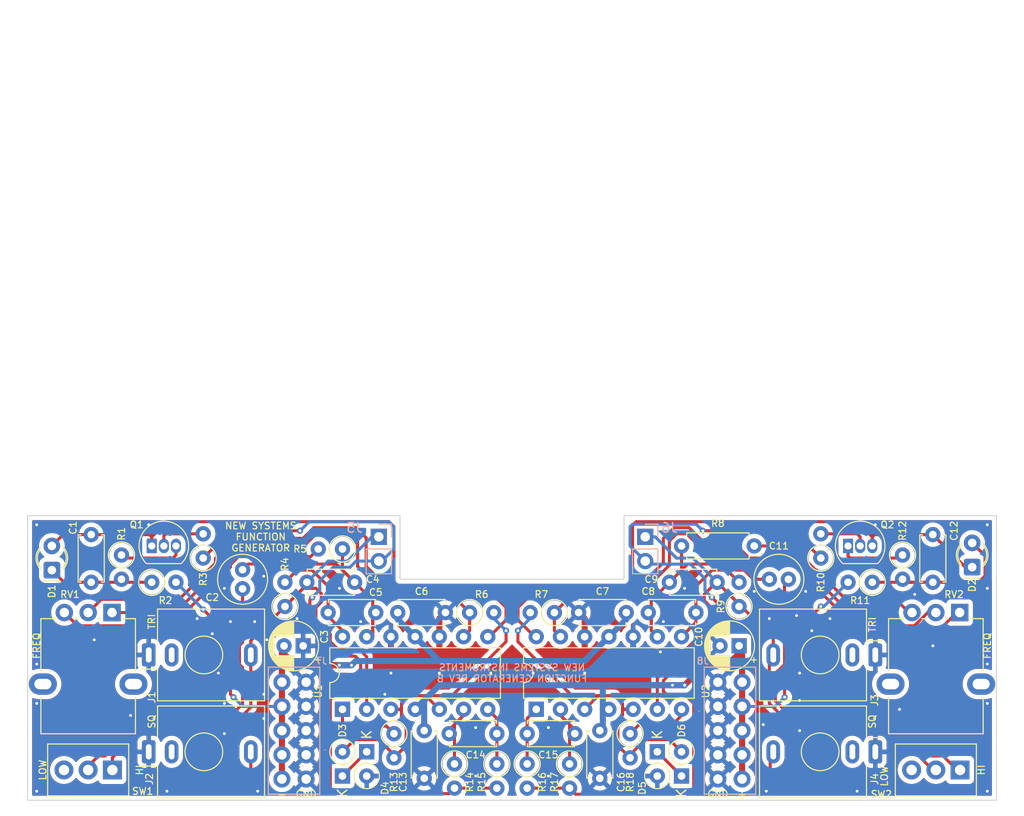
<source format=kicad_pcb>
(kicad_pcb (version 20211014) (generator pcbnew)
  (title_block (title "Function Generator") (date "2022-04-28") (rev "B") (company "New Systems Instruments"))
  (layers (0 "F.Cu" signal) (31 "B.Cu" signal) (34 "B.Paste" user) (35 "F.Paste" user) (36 "B.SilkS" user "B.Silkscreen") (37 "F.SilkS" user "F.Silkscreen") (38 "B.Mask" user) (39 "F.Mask" user) (44 "Edge.Cuts" user))
  (net 0 "")
  (net 1 "VCC")
  (net 2 "GND")
  (net 3 "VEE")
  (net 4 "/TRI1")
  (net 5 "/TRI2")
  (net 6 "/SQ1")
  (net 7 "/SQ2")
  (net 8 "Net-(C1-Pad2)")
  (net 9 "Net-(C2-Pad2)")
  (net 10 "Net-(Q1-Pad2)")
  (net 11 "Net-(Q1-Pad3)")
  (net 12 "Net-(R5-Pad2)")
  (net 13 "Net-(R6-Pad1)")
  (net 14 "Net-(R7-Pad1)")
  (net 15 "Net-(R8-Pad2)")
  (net 16 "Net-(C12-Pad2)")
  (net 17 "Net-(C5-Pad1)")
  (net 18 "Net-(C5-Pad2)")
  (net 19 "Net-(C8-Pad1)")
  (net 20 "Net-(C8-Pad2)")
  (net 21 "Net-(C11-Pad2)")
  (net 22 "Net-(C12-Pad1)")
  (net 27 "Net-(RV1-Pad2)")
  (net 28 "Net-(RV2-Pad2)")
  (net 29 "Net-(Q2-Pad1)")
  (net 30 "Net-(Q2-Pad2)")
  (net 31 "Net-(D3-Pad1)")
  (net 32 "Net-(D3-Pad2)")
  (net 33 "Net-(D6-Pad1)")
  (net 34 "Net-(D6-Pad2)")
  (net 35 "Net-(R13-Pad1)")
  (net 36 "Net-(R18-Pad1)")
  (net 37 "Net-(C14-Pad1)")
  (net 38 "Net-(C14-Pad2)")
  (net 39 "Net-(C15-Pad1)")
  (net 40 "Net-(C15-Pad2)")
  (footprint "Resistor_THT:R_Axial_DIN0207_L6.3mm_D2.5mm_P7.62mm_Horizontal" (layer "F.Cu") (at 157.48 88.5825)
    (fp_text reference "R8")
    (fp_text value "12k")
  )
  (footprint "1 Specific Footprints:Potentiometer_Alpha_RD901F-40" (layer "F.Cu") (at 184.15 103.0675 180)
    (fp_text reference "RV2")
    (fp_text value "100kA")
  )
  (footprint "Diode_THT:D_DO-35_SOD27_P2.54mm_Vertical_KathodeUp" (layer "F.Cu") (at 157.48 112.7125 90)
    (fp_text reference "D6")
    (fp_text value "BZX79C5V1")
  )
  (footprint "Diode_THT:D_DO-35_SOD27_P2.54mm_Vertical_KathodeUp" (layer "F.Cu") (at 154.94 110.1725 -90)
    (fp_text reference "D5")
    (fp_text value "BZX79C5V1")
  )
  (footprint "Capacitor_THT:C_Radial_D5.0mm_H11.0mm_P2.00mm" (layer "F.Cu") (at 111.4425 91.075 -90)
    (fp_text reference "C2")
    (fp_text value "1u")
  )
  (footprint "Capacitor_THT:C_Disc_D4.7mm_W2.5mm_P5.00mm" (layer "F.Cu") (at 156.21 92.3925)
    (fp_text reference "C9")
    (fp_text value "1.5n")
  )
  (footprint "Resistor_THT:R_Axial_DIN0207_L6.3mm_D2.5mm_P2.54mm_Vertical" (layer "F.Cu") (at 177.4825 92.3925 180)
    (fp_text reference "R11")
    (fp_text value "5.6k")
  )
  (footprint "Capacitor_THT:C_Disc_D4.7mm_W2.5mm_P5.00mm" (layer "F.Cu") (at 146.685 95.5675)
    (fp_text reference "C7")
    (fp_text value "100n")
  )
  (footprint "Resistor_THT:R_Axial_DIN0207_L6.3mm_D2.5mm_P2.54mm_Vertical" (layer "F.Cu") (at 135.255 95.5675)
    (fp_text reference "R6")
    (fp_text value "47k")
  )
  (footprint "Resistor_THT:R_Axial_DIN0207_L6.3mm_D2.5mm_P2.54mm_Vertical" (layer "F.Cu") (at 115.8875 94.9325 90)
    (fp_text reference "R4")
    (fp_text value "1k")
  )
  (footprint "Package_DIP:DIP-14_W7.62mm" (layer "F.Cu") (at 142.24 105.7175 90)
    (fp_text reference "U2")
    (fp_text value "TL074")
  )
  (footprint "1 Specific Footprints:SW_Taiway_Sub_SPDT" (layer "F.Cu") (at 184.15 112.0775 180)
    (fp_text reference "SW2")
    (fp_text value "SW_SPST")
  )
  (footprint "1 Specific Footprints:QingPu_WQP518MA" (layer "F.Cu") (at 107.385 100.0125)
    (fp_text reference "J1")
    (fp_text value "AudioJack2_SwitchT" hide)
  )
  (footprint "Capacitor_THT:C_Radial_D5.0mm_H11.0mm_P2.00mm" (layer "F.Cu") (at 166.6875 92.075)
    (fp_text reference "C11")
    (fp_text value "1u")
  )
  (footprint "1 Specific Footprints:QingPu_WQP518MA" (layer "F.Cu") (at 172.015 110.1725 180)
    (fp_text reference "J4")
    (fp_text value "AudioJack2_SwitchT" hide)
  )
  (footprint "Resistor_THT:R_Axial_DIN0207_L6.3mm_D2.5mm_P2.54mm_Vertical" (layer "F.Cu") (at 152.0825 108.2675 -90)
    (fp_text reference "R18")
    (fp_text value "18k")
  )
  (footprint "Resistor_THT:R_Axial_DIN0207_L6.3mm_D2.5mm_P2.54mm_Vertical" (layer "F.Cu") (at 163.5125 94.9325 90)
    (fp_text reference "R9")
    (fp_text value "1k")
  )
  (footprint "Resistor_THT:R_Axial_DIN0207_L6.3mm_D2.5mm_P2.54mm_Vertical" (layer "F.Cu") (at 127.3175 108.2675 -90)
    (fp_text reference "R13")
    (fp_text value "18k")
  )
  (footprint "Resistor_THT:R_Axial_DIN0207_L6.3mm_D2.5mm_P2.54mm_Vertical" (layer "F.Cu") (at 180.6575 89.535 -90)
    (fp_text reference "R12")
    (fp_text value "680")
  )
  (footprint "Resistor_THT:R_Axial_DIN0207_L6.3mm_D2.5mm_P2.54mm_Vertical" (layer "F.Cu") (at 141.2875 111.4425 -90)
    (fp_text reference "R16")
    (fp_text value "1k")
  )
  (footprint "Capacitor_THT:C_Disc_D4.7mm_W2.5mm_P5.00mm" (layer "F.Cu") (at 125.4125 95.5675 180)
    (fp_text reference "C5")
    (fp_text value "100p")
  )
  (footprint "Resistor_THT:R_Axial_DIN0207_L6.3mm_D2.5mm_P2.54mm_Vertical" (layer "F.Cu") (at 144.145 95.5675 180)
    (fp_text reference "R7")
    (fp_text value "47k")
  )
  (footprint "Resistor_THT:R_Axial_DIN0207_L6.3mm_D2.5mm_P2.54mm_Vertical" (layer "F.Cu") (at 107.315 89.8525 90)
    (fp_text reference "R3")
    (fp_text value "47k")
  )
  (footprint "Capacitor_THT:C_Disc_D4.7mm_W2.5mm_P5.00mm" (layer "F.Cu") (at 153.9875 95.5675)
    (fp_text reference "C8")
    (fp_text value "100p")
  )
  (footprint "1 Specific Footprints:QingPu_WQP518MA" (layer "F.Cu") (at 107.385 110.1725)
    (fp_text reference "J2")
    (fp_text value "AudioJack2_SwitchT" hide)
  )
  (footprint "Package_TO_SOT_THT:TO-92_Inline" (layer "F.Cu") (at 174.9425 88.5825)
    (fp_text reference "Q2")
    (fp_text value "2N3906")
  )
  (footprint "Resistor_THT:R_Axial_DIN0207_L6.3mm_D2.5mm_P2.54mm_Vertical" (layer "F.Cu") (at 101.9175 92.3925)
    (fp_text reference "R2")
    (fp_text value "5.6k")
  )
  (footprint "Diode_THT:D_DO-35_SOD27_P2.54mm_Vertical_KathodeUp" (layer "F.Cu") (at 121.92 112.7125 90)
    (fp_text reference "D3")
    (fp_text value "BZX79C5V1")
  )
  (footprint "Capacitor_THT:C_Disc_D4.7mm_W2.5mm_P5.00mm" (layer "F.Cu") (at 146.2875 108.2675 180)
    (fp_text reference "C15")
    (fp_text value "100p")
  )
  (footprint "Resistor_THT:R_Axial_DIN0207_L6.3mm_D2.5mm_P2.54mm_Vertical" (layer "F.Cu") (at 133.6675 111.4425 -90)
    (fp_text reference "R14")
    (fp_text value "47k")
  )
  (footprint "Capacitor_THT:C_Disc_D4.7mm_W2.5mm_P5.00mm" (layer "F.Cu") (at 123.19 92.3925 180)
    (fp_text reference "C4")
    (fp_text value "1.5n")
  )
  (footprint "Capacitor_THT:C_Disc_D4.7mm_W2.5mm_P5.00mm" (layer "F.Cu") (at 95.5675 87.3925 -90)
    (fp_text reference "C1")
    (fp_text value "100n")
  )
  (footprint "0 Standard Footprints:LED_D3.0mm-2" (layer "F.Cu") (at 187.96 89.535 90)
    (fp_text reference "D2")
    (fp_text value "WP710A10ED")
  )
  (footprint "1 Specific Footprints:SW_Taiway_Sub_SPDT" (layer "F.Cu") (at 95.25 112.0775 180)
    (fp_text reference "SW1")
    (fp_text value "SW_SPST")
  )
  (footprint "Diode_THT:D_DO-35_SOD27_P2.54mm_Vertical_KathodeUp" (layer "F.Cu") (at 124.46 110.1725 -90)
    (fp_text reference "D4")
    (fp_text value "BZX79C5V1")
  )
  (footprint "Package_TO_SOT_THT:TO-92_Inline" (layer "F.Cu") (at 101.9175 88.5825)
    (fp_text reference "Q1")
    (fp_text value "2N3906")
  )
  (footprint "Capacitor_THT:CP_Radial_D5.0mm_P2.00mm" (layer "F.Cu") (at 163.515113 99.06 180)
    (fp_text reference "C10")
    (fp_text value "10u")
  )
  (footprint "Capacitor_THT:CP_Radial_D5.0mm_P2.00mm" (layer "F.Cu") (at 117.795113 99.06 180)
    (fp_text reference "C3")
    (fp_text value "10u")
  )
  (footprint "Capacitor_THT:C_Disc_D4.7mm_W2.5mm_P5.00mm" (layer "F.Cu") (at 132.715 95.5675 180)
    (fp_text reference "C6")
    (fp_text value "100n")
  )
  (footprint "Capacitor_THT:C_Disc_D4.7mm_W2.5mm_P5.00mm" (layer "F.Cu") (at 133.1125 108.2675)
    (fp_text reference "C14")
    (fp_text value "100p")
  )
  (footprint "Resistor_THT:R_Axial_DIN0207_L6.3mm_D2.5mm_P2.54mm_Vertical" (layer "F.Cu") (at 138.1125 111.4425 -90)
    (fp_text reference "R15")
    (fp_text value "1k")
  )
  (footprint "Package_DIP:DIP-14_W7.62mm" (layer "F.Cu") (at 121.92 105.7175 90)
    (fp_text reference "U1")
    (fp_text value "TL074")
  )
  (footprint "Resistor_THT:R_Axial_DIN0207_L6.3mm_D2.5mm_P2.54mm_Vertical" (layer "F.Cu") (at 98.7425 89.535 -90)
    (fp_text reference "R1")
    (fp_text value "680")
  )
  (footprint "Capacitor_THT:C_Disc_D4.7mm_W2.5mm_P5.00mm" (layer "F.Cu") (at 183.8325 92.3925 90)
    (fp_text reference "C12")
    (fp_text value "100n")
  )
  (footprint "1 Specific Footprints:QingPu_WQP518MA" (layer "F.Cu") (at 172.015 100.0125 180)
    (fp_text reference "J3")
    (fp_text value "AudioJack2_SwitchT" hide)
  )
  (footprint "Resistor_THT:R_Axial_DIN0207_L6.3mm_D2.5mm_P2.54mm_Vertical" (layer "F.Cu") (at 121.92 88.9 180)
    (fp_text reference "R5")
    (fp_text value "12k")
  )
  (footprint "Resistor_THT:R_Axial_DIN0207_L6.3mm_D2.5mm_P2.54mm_Vertical" (layer "F.Cu") (at 145.7325 111.4425 -90)
    (fp_text reference "R17")
    (fp_text value "47k")
  )
  (footprint "0 Standard Footprints:LED_D3.0mm-2" (layer "F.Cu") (at 91.44 89.8525 90)
    (fp_text reference "D1")
    (fp_text value "WP710A10ED")
  )
  (footprint "Capacitor_THT:C_Disc_D4.7mm_W2.5mm_P5.00mm" (layer "F.Cu") (at 130.4925 107.95 -90)
    (fp_text reference "C13")
    (fp_text value "100n")
  )
  (footprint "Capacitor_THT:C_Disc_D4.7mm_W2.5mm_P5.00mm" (layer "F.Cu") (at 148.9075 107.95 -90)
    (fp_text reference "C16")
    (fp_text value "100n")
  )
  (footprint "Resistor_THT:R_Axial_DIN0207_L6.3mm_D2.5mm_P2.54mm_Vertical" (layer "F.Cu") (at 172.085 89.8525 90)
    (fp_text reference "R10")
    (fp_text value "47k")
  )
  (footprint "1 Specific Footprints:Potentiometer_Alpha_RD901F-40" (layer "F.Cu") (at 95.25 103.0675 180)
    (fp_text reference "RV1")
    (fp_text value "100kA")
  )
  (footprint "0 Standard Footprints:PinHeader_2x05_P2.54mm_Vertical" (layer "B.Cu") (at 116.84 107.95 180)
    (fp_text reference "J7")
    (fp_text value "Conn_02x05_Odd_Even")
  )
  (footprint "Connector_PinHeader_2.54mm:PinHeader_1x02_P2.54mm_Vertical" (layer "B.Cu") (at 125.73 87.63 180)
    (fp_text reference "J5")
    (fp_text value "Conn_01x02_Male")
  )
  (footprint "0 Standard Footprints:PinHeader_2x05_P2.54mm_Vertical" (layer "B.Cu") (at 162.56 107.95)
    (fp_text reference "J8")
    (fp_text value "Conn_02x05_Odd_Even")
  )
  (footprint "Connector_PinHeader_2.54mm:PinHeader_1x02_P2.54mm_Vertical" (layer "B.Cu") (at 153.67 87.63 180)
    (fp_text reference "J6")
    (fp_text value "Conn_01x02_Male")
  )
  (gr_line (start 190.5 85.4075) (end 190.5 115.2525) (layer "Edge.Cuts") (width 0.1))
  (gr_line (start 151.4475 85.4075) (end 151.4475 92.075) (layer "Edge.Cuts") (width 0.1))
  (gr_line (start 190.5 85.4075) (end 151.4475 85.4075) (layer "Edge.Cuts") (width 0.1))
  (gr_line (start 190.5 115.2525) (end 88.9 115.2525) (layer "Edge.Cuts") (width 0.1))
  (gr_line (start 127.9525 85.4075) (end 127.9525 92.075) (layer "Edge.Cuts") (width 0.1))
  (gr_line (start 88.9 115.2525) (end 88.9 85.4075) (layer "Edge.Cuts") (width 0.1))
  (gr_line (start 127.9525 92.075) (end 151.4475 92.075) (layer "Edge.Cuts") (width 0.1))
  (gr_line (start 88.9 85.4075) (end 127.9525 85.4075) (layer "Edge.Cuts") (width 0.1))
  (gr_text "NEW SYSTEMS INSTRUMENTS\nFUNCTION GENERATOR REV B" (at 139.7 101.9175) (layer "B.SilkS") (effects (font (size 0.72 0.72) (thickness 0.12)) (justify mirror)))
  (gr_text "-" (at 115.57 114.6175) (layer "F.SilkS") (effects (font (size 0.72 0.72) (thickness 0.12))))
  (gr_text "NEW SYSTEMS\nFUNCTION\nGENERATOR" (at 113.3475 87.63) (layer "F.SilkS") (effects (font (size 0.72 0.72) (thickness 0.12))))
  (gr_text "SQ" (at 101.9175 106.9975 90) (layer "F.SilkS") (effects (font (size 0.72 0.72) (thickness 0.12))))
  (gr_text "TRI" (at 101.9175 96.52 90) (layer "F.SilkS") (effects (font (size 0.72 0.72) (thickness 0.12))))
  (gr_text "FREQ" (at 89.8525 99.06 90) (layer "F.SilkS") (effects (font (size 0.72 0.72) (thickness 0.12))))
  (gr_text "LOW" (at 90.4875 112.0775 90) (layer "F.SilkS") (effects (font (size 0.72 0.72) (thickness 0.12))))
  (gr_text "FREQ" (at 189.5475 99.06 90) (layer "F.SilkS") (effects (font (size 0.72 0.72) (thickness 0.12))))
  (gr_text "+" (at 163.83 114.6175) (layer "F.SilkS") (effects (font (size 0.72 0.72) (thickness 0.12))))
  (gr_text "TRI" (at 177.4825 96.8375 90) (layer "F.SilkS") (effects (font (size 0.72 0.72) (thickness 0.12))))
  (gr_text "HI" (at 188.9125 112.0775 90) (layer "F.SilkS") (effects (font (size 0.72 0.72) (thickness 0.12))))
  (gr_text "LOW" (at 178.7525 112.7125 90) (layer "F.SilkS") (effects (font (size 0.72 0.72) (thickness 0.12))))
  (gr_text "GND" (at 161.29 114.6175) (layer "F.SilkS") (effects (font (size 0.72 0.72) (thickness 0.12))))
  (gr_text "SQ" (at 177.4825 106.9975 90) (layer "F.SilkS") (effects (font (size 0.72 0.72) (thickness 0.12))))
  (gr_text "GND\n" (at 118.11 114.6175) (layer "F.SilkS") (effects (font (size 0.72 0.72) (thickness 0.12))))
  (gr_text "HI" (at 100.6475 112.0775 90) (layer "F.SilkS") (effects (font (size 0.72 0.72) (thickness 0.12))))
  (segment (start 169.07903 97.93847) (end 169.07903 101.334313) (width 0.3175) (layer "F.Cu") (net 1))
  (segment (start 163.83 102.87) (end 163.83 99.374887) (width 0.635) (layer "F.Cu") (net 1))
  (segment (start 172.085 94.9325) (end 169.07903 97.93847) (width 0.3175) (layer "F.Cu") (net 1))
  (segment (start 163.83 99.374887) (end 163.515113 99.06) (width 0.635) (layer "F.Cu") (net 1))
  (segment (start 169.07903 101.334313) (end 168.285583 102.12776) (width 0.3175) (layer "F.Cu") (net 1))
  (segment (start 168.285583 102.12776) (end 168.285583 104.446917) (width 0.3175) (layer "F.Cu") (net 1))
  (segment (start 163.515113 99.851137) (end 162.18248 101.18377) (width 0.635) (layer "F.Cu") (net 1))
  (segment (start 163.515113 99.06) (end 163.515113 99.851137) (width 0.635) (layer "F.Cu") (net 1))
  (segment (start 157.7975 103.1875) (end 156.5275 103.1875) (width 0.635) (layer "F.Cu") (net 1))
  (segment (start 162.18248 101.18377) (end 159.80123 101.18377) (width 0.635) (layer "F.Cu") (net 1))
  (segment (start 159.80123 101.18377) (end 157.7975 103.1875) (width 0.635) (layer "F.Cu") (net 1))
  (segment (start 163.83 113.03) (end 163.83 102.87) (width 0.635) (layer "F.Cu") (net 1))
  (via (at 168.285583 104.446917) (size 0.635) (drill 0.3) (layers "F.Cu" "B.Cu") (net 1))
  (via (at 172.085 94.9325) (size 0.635) (drill 0.3) (layers "F.Cu" "B.Cu") (net 1))
  (via (at 157.7975 103.1875) (size 0.635) (drill 0.3) (layers "F.Cu" "B.Cu") (net 1))
  (via (at 156.5275 103.1875) (size 0.635) (drill 0.3) (layers "F.Cu" "B.Cu") (net 1))
  (segment (start 132.715 103.1875) (end 132.08 103.1875) (width 0.635) (layer "B.Cu") (net 1))
  (segment (start 153.9875 103.1875) (end 149.225 103.1875) (width 0.635) (layer "B.Cu") (net 1))
  (segment (start 130.486739 107.944239) (end 130.4925 107.95) (width 0.635) (layer "B.Cu") (net 1))
  (segment (start 149.225 105.7175) (end 149.225 107.6325) (width 0.635) (layer "B.Cu") (net 1))
  (segment (start 149.225 105.7175) (end 149.225 103.1875) (width 0.635) (layer "B.Cu") (net 1))
  (segment (start 174.9425 92.3925) (end 172.4025 94.9325) (width 0.3175) (layer "B.Cu") (net 1))
  (segment (start 163.83 105.41) (end 167.3225 105.41) (width 0.3175) (layer "B.Cu") (net 1))
  (segment (start 132.07 103.1875) (end 132.715 103.1875) (width 0.635) (layer "B.Cu") (net 1))
  (segment (start 132.08 103.1875) (end 130.486739 104.780761) (width 0.635) (layer "B.Cu") (net 1))
  (segment (start 130.486739 104.780761) (end 130.486739 107.944239) (width 0.635) (layer "B.Cu") (net 1))
  (segment (start 153.9875 103.1875) (end 157.7975 103.1875) (width 0.635) (layer "B.Cu") (net 1))
  (segment (start 129.54 105.7175) (end 132.07 103.1875) (width 0.635) (layer "B.Cu") (net 1))
  (segment (start 149.225 107.6325) (end 148.9075 107.95) (width 0.635) (layer "B.Cu") (net 1))
  (segment (start 149.225 103.1875) (end 132.715 103.1875) (width 0.635) (layer "B.Cu") (net 1))
  (segment (start 167.3225 105.41) (end 168.285583 104.446917) (width 0.3175) (layer "B.Cu") (net 1))
  (segment (start 172.4025 94.9325) (end 172.085 94.9325) (width 0.3175) (layer "B.Cu") (net 1))
  (segment (start 153.9875 103.1875) (end 156.5275 103.1875) (width 0.635) (layer "B.Cu") (net 1))
  (segment (start 147.32 96.2025) (end 147.32 101.9175) (width 0.635) (layer "F.Cu") (net 2))
  (segment (start 132.08 96.2025) (end 132.08 101.9175) (width 0.635) (layer "F.Cu") (net 2))
  (segment (start 146.685 95.5675) (end 147.32 96.2025) (width 0.635) (layer "F.Cu") (net 2))
  (segment (start 127 98.0975) (end 127 101.9175) (width 0.635) (layer "F.Cu") (net 2))
  (segment (start 132.715 95.5675) (end 132.08 96.2025) (width 0.635) (layer "F.Cu") (net 2))
  (via (at 155.575 96.52) (size 0.635) (drill 0.3) (layers "F.Cu" "B.Cu") (net 2))
  (via (at 106.68 96.2025) (size 0.635) (drill 0.3) (layers "F.Cu" "B.Cu") (net 2))
  (via (at 109.5375 105.0925) (size 0.635) (drill 0.3) (layers "F.Cu" "B.Cu") (net 2))
  (via (at 109.5375 93.0275) (size 0.635) (drill 0.3) (layers "F.Cu" "B.Cu") (net 2))
  (via (at 177.8 86.36) (size 0.635) (drill 0.3) (layers "F.Cu" "B.Cu") (net 2))
  (via (at 169.8625 101.9175) (size 0.635) (drill 0.3) (layers "F.Cu" "B.Cu") (net 2))
  (via (at 89.8525 100.965) (size 0.635) (drill 0.3) (layers "F.Cu" "B.Cu") (net 2))
  (via (at 175.895 114.3) (size 0.635) (drill 0.3) (layers "F.Cu" "B.Cu") (net 2))
  (via (at 169.8625 104.775) (size 0.635) (drill 0.3) (layers "F.Cu" "B.Cu") (net 2))
  (via (at 137.4775 101.9175) (size 0.635) (drill 0.3) (layers "F.Cu" "B.Cu") (net 2))
  (via (at 189.5475 100.965) (size 0.635) (drill 0.3) (layers "F.Cu" "B.Cu") (net 2))
  (via (at 171.1325 97.4725) (size 0.635) (drill 0.3) (layers "F.Cu" "B.Cu") (net 2))
  (via (at 173.0375 96.2025) (size 0.635) (drill 0.3) (layers "F.Cu" "B.Cu") (net 2))
  (via (at 189.5475 105.0925) (size 0.635) (drill 0.3) (layers "F.Cu" "B.Cu") (net 2))
  (via (at 95.885 98.425) (size 0.635) (drill 0.3) (layers "F.Cu" "B.Cu") (net 2))
  (via (at 113.665 104.14) (size 0.635) (drill 0.3) (layers "F.Cu" "B.Cu") (net 2))
  (via (at 113.9825 98.425) (size 0.635) (drill 0.3) (layers "F.Cu" "B.Cu") (net 2))
  (via (at 166.0525 107.315) (size 0.635) (drill 0.3) (layers "F.Cu" "B.Cu") (net 2))
  (via (at 189.5475 114.3) (size 0.635) (drill 0.3) (layers "F.Cu" "B.Cu") (net 2))
  (via (at 166.37 114.3) (size 0.635) (drill 0.3) (layers "F.Cu" "B.Cu") (net 2))
  (via (at 110.1725 96.52) (size 0.635) (drill 0.3) (layers "F.Cu" "B.Cu") (net 2))
  (via (at 189.5475 93.0275) (size 0.635) (drill 0.3) (layers "F.Cu" "B.Cu") (net 2))
  (via (at 135.89 112.7125) (size 0.635) (drill 0.3) (layers "F.Cu" "B.Cu") (net 2))
  (via (at 117.1575 96.2025) (size 0.635) (drill 0.3) (layers "F.Cu" "B.Cu") (net 2))
  (via (at 109.5375 108.2675) (size 0.635) (drill 0.3) (layers "F.Cu" "B.Cu") (net 2))
  (via (at 112.7125 96.52) (size 0.635) (drill 0.3) (layers "F.Cu" "B.Cu") (net 2))
  (via (at 180.34 105.7275) (size 0.635) (drill 0.3) (layers "F.Cu" "B.Cu") (net 2))
  (via (at 113.665 91.7575) (size 0.635) (drill 0.3) (layers "F.Cu" "B.Cu") (net 2))
  (via (at 113.665 106.68) (size 0.635) (drill 0.3) (layers "F.Cu" "B.Cu") (net 2))
  (via (at 89.8525 105.0925) (size 0.635) (drill 0.3) (layers "F.Cu" "B.Cu") (net 2))
  (via (at 166.6875 96.2025) (size 0.635) (drill 0.3) (layers "F.Cu" "B.Cu") (net 2))
  (via (at 89.8525 114.3) (size 0.635) (drill 0.3) (layers "F.Cu" "B.Cu") (net 2))
  (via (at 123.825 96.52) (size 0.635) (drill 0.3) (layers "F.Cu" "B.Cu") (net 2))
  (via (at 155.2575 99.695) (size 0.635) (drill 0.3) (layers "F.Cu" "B.Cu") (net 2))
  (via (at 108.9025 101.9175) (size 0.635) (drill 0.3) (layers "F.Cu" "B.Cu") (net 2))
  (via (at 121.6025 93.0275) (size 0.635) (drill 0.3) (layers "F.Cu" "B.Cu") (net 2))
  (via (at 157.7975 93.0275) (size 0.635) (drill 0.3) (layers "F.Cu" "B.Cu") (net 2))
  (via (at 143.51 107.6325) (size 0.635) (drill 0.3) (layers "F.Cu" "B.Cu") (net 2))
  (via (at 169.8625 107.95) (size 0.635) (drill 0.3) (layers "F.Cu" "B.Cu") (net 2))
  (via (at 108.2675 97.79) (size 0.635) (drill 0.3) (layers "F.Cu" "B.Cu") (net 2))
  (via (at 101.6 86.36) (size 0.635) (drill 0.3) (layers "F.Cu" "B.Cu") (net 2))
  (via (at 135.89 107.6325) (size 0.635) (drill 0.3) (layers "F.Cu" "B.Cu") (net 2))
  (via (at 89.8525 86.36) (size 0.635) (drill 0.3) (layers "F.Cu" "B.Cu") (net 2))
  (via (at 126.365 104.14) (size 0.635) (drill 0.3) (layers "F.Cu" "B.Cu") (net 2))
  (via (at 132.08 101.9175) (size 0.635) (drill 0.3) (layers "F.Cu" "B.Cu") (net 2))
  (via (at 143.51 112.7125) (size 0.635) (drill 0.3) (layers "F.Cu" "B.Cu") (net 2))
  (via (at 183.8325 99.06) (size 0.635) (drill 0.3) (layers "F.Cu" "B.Cu") (net 2))
  (via (at 113.03 114.3) (size 0.635) (drill 0.3) (layers "F.Cu" "B.Cu") (net 2))
  (via (at 147.32 101.9175) (size 0.635) (drill 0.3) (layers "F.Cu" "B.Cu") (net 2))
  (via (at 99.695 106.3625) (size 0.635) (drill 0.3) (layers "F.Cu" "B.Cu") (net 2))
  (via (at 165.1 93.345) (size 0.635) (drill 0.3) (layers "F.Cu" "B.Cu") (net 2))
  (via (at 141.9225 101.9175) (size 0.635) (drill 0.3) (layers "F.Cu" "B.Cu") (net 2))
  (via (at 189.5475 86.36) (size 0.635) (drill 0.3) (layers "F.Cu" "B.Cu") (net 2))
  (via (at 170.4975 93.345) (size 0.635) (drill 0.3) (layers "F.Cu" "B.Cu") (net 2))
  (via (at 103.505 114.3) (size 0.635) (drill 0.3) (layers "F.Cu" "B.Cu") (net 2))
  (via (at 181.9275 93.6625) (size 0.635) (drill 0.3) (layers "F.Cu" "B.Cu") (net 2))
  (via (at 169.545 95.885) (size 0.635) (drill 0.3) (layers "F.Cu" "B.Cu") (net 2))
  (via (at 127 101.9175) (size 0.635) (drill 0.3) (layers "F.Cu" "B.Cu") (net 2))
  (segment (start 152.4 101.9175) (end 147.32 101.9175) (width 0.635) (layer "B.Cu") (net 2))
  (segment (start 152.4 98.0975) (end 152.4 101.9175) (width 0.635) (layer "B.Cu") (net 2))
  (segment (start 118.93527 101.09223) (end 116.96723 101.09223) (width 0.635) (layer "F.Cu") (net 3))
  (segment (start 110.1725 98.1075) (end 110.1725 104.128917) (width 0.3175) (layer "F.Cu") (net 3))
  (segment (start 110.1725 104.128917) (end 110.4905 104.446917) (width 0.3175) (layer "F.Cu") (net 3))
  (segment (start 107.315 95.25) (end 110.1725 98.1075) (width 0.3175) (layer "F.Cu") (net 3))
  (segment (start 116.96723 101.09223) (end 115.795113 99.920113) (width 0.635) (layer "F.Cu") (net 3))
  (segment (start 115.57 113.03) (end 115.57 102.87) (width 0.635) (layer "F.Cu") (net 3))
  (segment (start 115.57 99.285113) (end 115.57 102.87) (width 0.635) (layer "F.Cu") (net 3))
  (segment (start 118.93527 101.09223) (end 121.6025 101.09223) (width 0.635) (layer "F.Cu") (net 3))
  (segment (start 115.795113 99.920113) (end 115.795113 99.06) (width 0.635) (layer "F.Cu") (net 3))
  (segment (start 115.795113 99.06) (end 115.57 99.285113) (width 0.635) (layer "F.Cu") (net 3))
  (segment (start 118.93527 101.09223) (end 122.8725 101.09223) (width 0.635) (layer "F.Cu") (net 3))
  (via (at 107.315 95.25) (size 0.635) (drill 0.3) (layers "F.Cu" "B.Cu") (net 3))
  (via (at 122.8725 101.09223) (size 0.635) (drill 0.3) (layers "F.Cu" "B.Cu") (net 3))
  (via (at 110.4905 104.446917) (size 0.635) (drill 0.3) (layers "F.Cu" "B.Cu") (net 3))
  (via (at 121.6025 101.09223) (size 0.635) (drill 0.3) (layers "F.Cu" "B.Cu") (net 3))
  (segment (start 104.4575 92.3925) (end 107.315 95.25) (width 0.3175) (layer "B.Cu") (net 3))
  (segment (start 132.074239 100.653261) (end 130.169239 100.653261) (width 0.635) (layer "B.Cu") (net 3))
  (segment (start 132.08 100.6475) (end 132.074239 100.653261) (width 0.635) (layer "B.Cu") (net 3))
  (segment (start 144.456739 100.653261) (end 145.726739 100.653261) (width 0.635) (layer "B.Cu") (net 3))
  (segment (start 151.685 95.5675) (end 151.685 96.2725) (width 0.635) (layer "B.Cu") (net 3))
  (segment (start 151.685 96.2725) (end 147.304239 100.653261) (width 0.635) (layer "B.Cu") (net 3))
  (segment (start 130.169239 100.653261) (end 123.311469 100.653261) (width 0.635) (layer "B.Cu") (net 3))
  (segment (start 115.57 105.41) (end 111.453583 105.41) (width 0.3175) (layer "B.Cu") (net 3))
  (segment (start 127.715 96.2825) (end 132.08 100.6475) (width 0.635) (layer "B.Cu") (net 3))
  (segment (start 145.726739 100.653261) (end 145.7325 100.6475) (width 0.635) (layer "B.Cu") (net 3))
  (segment (start 130.4875 100.6425) (end 130.498261 100.653261) (width 0.635) (layer "B.Cu") (net 3))
  (segment (start 130.169239 100.653261) (end 130.498261 100.653261) (width 0.635) (layer "B.Cu") (net 3))
  (segment (start 123.311469 100.653261) (end 122.8725 101.09223) (width 0.635) (layer "B.Cu") (net 3))
  (segment (start 111.453583 105.41) (end 110.4905 104.446917) (width 0.3175) (layer "B.Cu") (net 3))
  (segment (start 121.6025 101.09223) (end 122.8725 101.09223) (width 0.635) (layer "B.Cu") (net 3))
  (segment (start 147.304239 100.653261) (end 144.456739 100.653261) (width 0.635) (layer "B.Cu") (net 3))
  (segment (start 130.498261 100.653261) (end 144.456739 100.653261) (width 0.635) (layer "B.Cu") (net 3))
  (segment (start 127.715 95.5675) (end 127.715 96.2825) (width 0.635) (layer "B.Cu") (net 3))
  (segment (start 117.792001 93.027999) (end 119.139333 93.027999) (width 0.3175) (layer "F.Cu") (net 4))
  (segment (start 118.19 92.63) (end 118.19 92.3925) (width 0.3175) (layer "F.Cu") (net 4))
  (segment (start 115.8875 94.9325) (end 117.792001 93.027999) (width 0.3175) (layer "F.Cu") (net 4))
  (segment (start 112.305 105.5) (end 112.305 98.515) (width 0.3175) (layer "F.Cu") (net 4))
  (segment (start 97.79 112.0775) (end 97.79 110.787656) (width 0.3175) (layer "F.Cu") (net 4))
  (segment (start 115.8875 94.9325) (end 118.19 92.63) (width 0.3175) (layer "F.Cu") (net 4))
  (segment (start 119.697001 93.585667) (end 119.697001 94.478799) (width 0.3175) (layer "F.Cu") (net 4))
  (segment (start 123.621717 99.373261) (end 124.46 100.211544) (width 0.3175) (layer "F.Cu") (net 4))
  (segment (start 124.46 100.211544) (end 124.46 105.7175) (width 0.3175) (layer "F.Cu") (net 4))
  (segment (start 121.391561 99.373261) (end 123.621717 99.373261) (width 0.3175) (layer "F.Cu") (net 4))
  (segment (start 112.305 98.515) (end 115.8875 94.9325) (width 0.3175) (layer "F.Cu") (net 4))
  (segment (start 97.79 110.787656) (end 101.422394 107.155262) (width 0.3175) (layer "F.Cu") (net 4))
  (segment (start 119.697001 94.478799) (end 119.136739 95.039061) (width 0.3175) (layer "F.Cu") (net 4))
  (segment (start 110.649738 107.155262) (end 112.305 105.5) (width 0.3175) (layer "F.Cu") (net 4))
  (segment (start 119.136739 96.331905) (end 120.644239 97.839405) (width 0.3175) (layer "F.Cu") (net 4))
  (segment (start 120.644239 97.839405) (end 120.644239 98.625939) (width 0.3175) (layer "F.Cu") (net 4))
  (segment (start 119.139333 93.027999) (end 119.697001 93.585667) (width 0.3175) (layer "F.Cu") (net 4))
  (segment (start 101.422394 107.155262) (end 110.649738 107.155262) (width 0.3175) (layer "F.Cu") (net 4))
  (segment (start 119.136739 95.039061) (end 119.136739 96.331905) (width 0.3175) (layer "F.Cu") (net 4))
  (segment (start 120.644239 98.625939) (end 121.391561 99.373261) (width 0.3175) (layer "F.Cu") (net 4))
  (segment (start 124.9942 87.63) (end 125.73 87.63) (width 0.3175) (layer "B.Cu") (net 4))
  (segment (start 118.19 92.3925) (end 120.406739 90.175761) (width 0.3175) (layer "B.Cu") (net 4))
  (segment (start 120.406739 90.175761) (end 122.448439 90.175761) (width 0.3175) (layer "B.Cu") (net 4))
  (segment (start 122.448439 90.175761) (end 124.9942 87.63) (width 0.3175) (layer "B.Cu") (net 4))
  (segment (start 178.435 106.68) (end 183.8325 112.0775) (width 0.3175) (layer "F.Cu") (net 5))
  (segment (start 162.8375 94.02) (end 167.095 98.2775) (width 0.3175) (layer "F.Cu") (net 5))
  (segment (start 161.21 92.3925) (end 161.12066 92.3925) (width 0.3175) (layer "F.Cu") (net 5))
  (segment (start 160.496739 94.943579) (end 160.496739 96.884961) (width 0.3175) (layer "F.Cu") (net 5))
  (segment (start 161.12066 92.3925) (end 159.86174 93.65142) (width 0.3175) (layer "F.Cu") (net 5))
  (segment (start 167.095 100.0125) (end 166.6875 100.42) (width 0.3175) (layer "F.Cu") (net 5))
  (segment (start 166.6875 105.0925) (end 168.275 106.68) (width 0.3175) (layer "F.Cu") (net 5))
  (segment (start 161.21 92.3925) (end 162.8375 94.02) (width 0.3175) (layer "F.Cu") (net 5))
  (segment (start 159.86174 94.30858) (end 160.496739 94.943579) (width 0.3175) (layer "F.Cu") (net 5))
  (segment (start 159.86174 93.65142) (end 159.86174 94.30858) (width 0.3175) (layer "F.Cu") (net 5))
  (segment (start 162.8375 94.02) (end 163.5125 94.695) (width 0.3175) (layer "F.Cu") (net 5))
  (segment (start 167.095 98.2775) (end 167.095 100.0125) (width 0.3175) (layer "F.Cu") (net 5))
  (segment (start 154.94 102.4417) (end 154.94 105.7175) (width 0.3175) (layer "F.Cu") (net 5))
  (segment (start 168.275 106.68) (end 178.435 106.68) (width 0.3175) (layer "F.Cu") (net 5))
  (segment (start 166.6875 100.42) (end 166.6875 105.0925) (width 0.3175) (layer "F.Cu") (net 5))
  (segment (start 163.5125 94.695) (end 163.5125 94.9325) (width 0.3175) (layer "F.Cu") (net 5))
  (segment (start 160.496739 96.884961) (end 154.94 102.4417) (width 0.3175) (layer "F.Cu") (net 5))
  (segment (start 156.951561 89.858261) (end 154.7233 87.63) (width 0.3175) (layer "B.Cu") (net 5))
  (segment (start 161.21 92.3925) (end 158.675761 89.858261) (width 0.3175) (layer "B.Cu") (net 5))
  (segment (start 158.675761 89.858261) (end 156.951561 89.858261) (width 0.3175) (layer "B.Cu") (net 5))
  (segment (start 154.7233 87.63) (end 153.67 87.63) (width 0.3175) (layer "B.Cu") (net 5))
  (segment (start 118.745 93.98) (end 118.502228 94.222772) (width 0.3175) (layer "F.Cu") (net 6))
  (segment (start 120.644239 104.666837) (end 120.644239 113.988261) (width 0.3175) (layer "F.Cu") (net 6))
  (segment (start 121.98002 114.55748) (end 114.937296 114.55748) (width 0.3175) (layer "F.Cu") (net 6))
  (segment (start 123.824511 101.486565) (end 120.644239 104.666837) (width 0.3175) (layer "F.Cu") (net 6))
  (segment (start 121.261185 100.140219) (end 123.266835 100.140219) (width 0.3175) (layer "F.Cu") (net 6))
  (segment (start 133.09252 114.55748) (end 121.98002 114.55748) (width 0.3175) (layer "F.Cu") (net 6))
  (segment (start 123.266835 100.140219) (end 123.824511 100.697895) (width 0.3175) (layer "F.Cu") (net 6))
  (segment (start 114.937296 114.55748) (end 112.305 111.925184) (width 0.3175) (layer "F.Cu") (net 6))
  (segment (start 138.1125 113.9825) (end 133.6675 113.9825) (width 0.3175) (layer "F.Cu") (net 6))
  (segment (start 120.644239 113.988261) (end 121.213458 114.55748) (width 0.3175) (layer "F.Cu") (net 6))
  (segment (start 123.824511 100.697895) (end 123.824511 101.486565) (width 0.3175) (layer "F.Cu") (net 6))
  (segment (start 112.305 111.925184) (end 112.305 110.1725) (width 0.3175) (layer "F.Cu") (net 6))
  (segment (start 118.502228 96.594728) (end 120.009728 98.102228) (width 0.3175) (layer "F.Cu") (net 6))
  (segment (start 110.179181 86.988319) (end 117.468319 86.988319) (width 0.3175) (layer "F.Cu") (net 6))
  (segment (start 120.009728 98.102228) (end 120.009728 98.888762) (width 0.3175) (layer "F.Cu") (net 6))
  (segment (start 121.213458 114.55748) (end 121.98002 114.55748) (width 0.3175) (layer "F.Cu") (net 6))
  (segment (start 133.6675 113.9825) (end 133.09252 114.55748) (width 0.3175) (layer "F.Cu") (net 6))
  (segment (start 120.009728 98.888762) (end 121.261185 100.140219) (width 0.3175) (layer "F.Cu") (net 6))
  (segment (start 107.315 89.8525) (end 110.179181 86.988319) (width 0.3175) (layer "F.Cu") (net 6))
  (segment (start 118.502228 94.222772) (end 118.502228 96.594728) (width 0.3175) (layer "F.Cu") (net 6))
  (via (at 117.468319 86.988319) (size 0.635) (drill 0.3) (layers "F.Cu" "B.Cu") (net 6))
  (via (at 118.745 93.98) (size 0.635) (drill 0.3) (layers "F.Cu" "B.Cu") (net 6))
  (segment (start 126.0475 90.17) (end 125.73 90.17) (width 0.3175) (layer "B.Cu") (net 6))
  (segment (start 117.481681 86.988319) (end 118.4275 86.0425) (width 0.3175) (layer "B.Cu") (net 6))
  (segment (start 120.962228 90.810272) (end 119.53875 92.23375) (width 0.3175) (layer "B.Cu") (net 6))
  (segment (start 123.351534 90.17) (end 122.711262 90.810272) (width 0.3175) (layer "B.Cu") (net 6))
  (segment (start 126.794022 86.0425) (end 127.3175 86.565978) (width 0.3175) (layer "B.Cu") (net 6))
  (segment (start 122.711262 90.810272) (end 120.962228 90.810272) (width 0.3175) (layer "B.Cu") (net 6))
  (segment (start 127.3175 88.9) (end 126.0475 90.17) (width 0.3175) (layer "B.Cu") (net 6))
  (segment (start 118.4275 86.0425) (end 126.794022 86.0425) (width 0.3175) (layer "B.Cu") (net 6))
  (segment (start 119.53875 93.18625) (end 118.745 93.98) (width 0.3175) (layer "B.Cu") (net 6))
  (segment (start 125.73 90.17) (end 123.351534 90.17) (width 0.3175) (layer "B.Cu") (net 6))
  (segment (start 117.468319 86.988319) (end 117.481681 86.988319) (width 0.3175) (layer "B.Cu") (net 6))
  (segment (start 127.3175 86.565978) (end 127.3175 88.9) (width 0.3175) (layer "B.Cu") (net 6))
  (segment (start 119.53875 92.23375) (end 119.53875 93.18625) (width 0.3175) (layer "B.Cu") (net 6))
  (segment (start 164.402684 114.6175) (end 166.7775 112.242684) (width 0.3175) (layer "F.Cu") (net 7))
  (segment (start 145.7325 113.9825) (end 146.3675 114.6175) (width 0.3175) (layer "F.Cu") (net 7))
  (segment (start 155.575 103.8225) (end 155.575 102.704034) (width 0.3175) (layer "F.Cu") (net 7))
  (segment (start 155.8925 104.14) (end 155.575 103.8225) (width 0.3175) (layer "F.Cu") (net 7))
  (segment (start 158.126522 114.6175) (end 158.755761 113.988261) (width 0.3175) (layer "F.Cu") (net 7))
  (segment (start 161.29 96.989034) (end 161.29 94.615) (width 0.3175) (layer "F.Cu") (net 7))
  (segment (start 158.755761 105.098261) (end 157.7975 104.14) (width 0.3175) (layer "F.Cu") (net 7))
  (segment (start 155.575 102.704034) (end 161.29 96.989034) (width 0.3175) (layer "F.Cu") (net 7))
  (segment (start 141.2875 113.9825) (end 145.7325 113.9825) (width 0.3175) (layer "F.Cu") (net 7))
  (segment (start 157.7975 104.14) (end 155.8925 104.14) (width 0.3175) (layer "F.Cu") (net 7))
  (segment (start 172.085 89.8525) (end 169.22078 86.98828) (width 0.3175) (layer "F.Cu") (net 7))
  (segment (start 157.48 114.6175) (end 158.126522 114.6175) (width 0.3175) (layer "F.Cu") (net 7))
  (segment (start 157.48 114.6175) (end 164.402684 114.6175) (width 0.3175) (layer "F.Cu") (net 7))
  (segment (start 146.3675 114.6175) (end 157.48 114.6175) (width 0.3175) (layer "F.Cu") (net 7))
  (segment (start 161.29 94.615) (end 160.655 93.98) (width 0.3175) (layer "F.Cu") (net 7))
  (segment (start 166.7775 112.242684) (end 166.7775 110.1725) (width 0.3175) (layer "F.Cu") (net 7))
  (segment (start 158.755761 113.988261) (end 158.755761 105.098261) (width 0.3175) (layer "F.Cu") (net 7))
  (segment (start 169.22078 86.98828) (end 159.70922 86.98828) (width 0.3175) (layer "F.Cu") (net 7))
  (via (at 159.70922 86.98828) (size 0.635) (drill 0.3) (layers "F.Cu" "B.Cu") (net 7))
  (via (at 160.655 93.98) (size 0.635) (drill 0.3) (layers "F.Cu" "B.Cu") (net 7))
  (segment (start 153.67 90.17) (end 152.0825 88.5825) (width 0.3175) (layer "B.Cu") (net 7))
  (segment (start 159.934239 92.014085) (end 158.412935 90.492781) (width 0.3175) (layer "B.Cu") (net 7))
  (segment (start 152.0825 86.565978) (end 152.344239 86.304239) (width 0.3175) (layer "B.Cu") (net 7))
  (segment (start 160.655 93.98) (end 159.934239 93.259239) (width 0.3175) (layer "B.Cu") (net 7))
  (segment (start 159.934239 93.259239) (end 159.934239 92.014085) (width 0.3175) (layer "B.Cu") (net 7))
  (segment (start 152.0825 88.5825) (end 152.0825 86.565978) (width 0.3175) (layer "B.Cu") (net 7))
  (segment (start 152.344239 86.304239) (end 159.025179 86.304239) (width 0.3175) (layer "B.Cu") (net 7))
  (segment (start 159.025179 86.304239) (end 159.70922 86.98828) (width 0.3175) (layer "B.Cu") (net 7))
  (segment (start 153.992781 90.492781) (end 153.67 90.17) (width 0.3175) (layer "B.Cu") (net 7))
  (segment (start 158.412935 90.492781) (end 153.992781 90.492781) (width 0.3175) (layer "B.Cu") (net 7))
  (segment (start 92.71 92.3925) (end 91.44 91.1225) (width 0.3175) (layer "F.Cu") (net 8))
  (segment (start 101.9175 92.3925) (end 98.425 92.3925) (width 0.3175) (layer "F.Cu") (net 8))
  (segment (start 98.7425 92.075) (end 98.425 92.3925) (width 0.3175) (layer "F.Cu") (net 8))
  (segment (start 98.425 92.3925) (end 92.71 92.3925) (width 0.3175) (layer "F.Cu") (net 8))
  (segment (start 95.25 111.681604) (end 95.25 112.0775) (width 0.3175) (layer "F.Cu") (net 9))
  (segment (start 101.282997 106.362003) (end 97.035448 110.609552) (width 0.3175) (layer "F.Cu") (net 9))
  (segment (start 111.11423 101.005733) (end 111.4425 101.334003) (width 0.3175) (layer "F.Cu") (net 9))
  (segment (start 111.4425 93.075) (end 111.4425 98.690997) (width 0.3175) (layer "F.Cu") (net 9))
  (segment (start 97.035448 110.609552) (end 96.322052 110.609552) (width 0.3175) (layer "F.Cu") (net 9))
  (segment (start 96.322052 110.609552) (end 95.25 111.681604) (width 0.3175) (layer "F.Cu") (net 9))
  (segment (start 111.4425 98.690997) (end 111.11423 99.019267) (width 0.3175) (layer "F.Cu") (net 9))
  (segment (start 111.11423 99.019267) (end 111.11423 101.005733) (width 0.3175) (layer "F.Cu") (net 9))
  (segment (start 111.4425 105.147666) (end 110.228163 106.362003) (width 0.3175) (layer "F.Cu") (net 9))
  (segment (start 111.4425 101.334003) (end 111.4425 105.147666) (width 0.3175) (layer "F.Cu") (net 9))
  (segment (start 110.228163 106.362003) (end 101.282997 106.362003) (width 0.3175) (layer "F.Cu") (net 9))
  (segment (start 107.315 87.3125) (end 103.39 87.3125) (width 0.3175) (layer "F.Cu") (net 10))
  (segment (start 103.39 87.3125) (end 103.1875 87.515) (width 0.3175) (layer "F.Cu") (net 10))
  (segment (start 103.1875 87.515) (end 103.1875 88.5825) (width 0.3175) (layer "F.Cu") (net 10))
  (segment (start 104.14 89.8525) (end 104.4575 89.535) (width 0.3175) (layer "F.Cu") (net 11))
  (segment (start 98.7425 89.535) (end 99.06 89.8525) (width 0.3175) (layer "F.Cu") (net 11))
  (segment (start 99.06 89.8525) (end 104.14 89.8525) (width 0.3175) (layer "F.Cu") (net 11))
  (segment (start 104.4575 89.535) (end 104.4575 88.5825) (width 0.3175) (layer "F.Cu") (net 11))
  (segment (start 118.580001 89.699999) (end 111.013301 89.699999) (width 0.3175) (layer "F.Cu") (net 12))
  (segment (start 119.38 88.9) (end 118.580001 89.699999) (width 0.3175) (layer "F.Cu") (net 12))
  (segment (start 104.021427 96.956073) (end 94.138573 96.956073) (width 0.3175) (layer "F.Cu") (net 12))
  (segment (start 111.013301 89.699999) (end 110.166739 90.546561) (width 0.3175) (layer "F.Cu") (net 12))
  (segment (start 110.166739 90.546561) (end 110.166739 90.810761) (width 0.3175) (layer "F.Cu") (net 12))
  (segment (start 110.166739 90.810761) (end 104.021427 96.956073) (width 0.3175) (layer "F.Cu") (net 12))
  (segment (start 94.138573 96.956073) (end 92.75 95.5675) (width 0.3175) (layer "F.Cu") (net 12))
  (segment (start 104.402334 95.5675) (end 97.75 95.5675) (width 0.3175) (layer "F.Cu") (net 13))
  (segment (start 133.66653 93.97903) (end 126.766786 93.97903) (width 0.3175) (layer "F.Cu") (net 13))
  (segment (start 111.234444 88.581522) (end 110.809987 89.005979) (width 0.3175) (layer "F.Cu") (net 13))
  (segment (start 110.809987 89.005979) (end 110.585482 89.005978) (width 0.3175) (layer "F.Cu") (net 13))
  (segment (start 109.373478 90.596356) (end 104.402334 95.5675) (width 0.3175) (layer "F.Cu") (net 13))
  (segment (start 123.5075 90.719744) (end 123.5075 87.9475) (width 0.3175) (layer "F.Cu") (net 13))
  (segment (start 123.5075 87.9475) (end 122.8725 87.3125) (width 0.3175) (layer "F.Cu") (net 13))
  (segment (start 110.585482 89.005978) (end 109.373479 90.217981) (width 0.3175) (layer "F.Cu") (net 13))
  (segment (start 122.8725 87.3125) (end 119.1633 87.3125) (width 0.3175) (layer "F.Cu") (net 13))
  (segment (start 117.894278 88.581522) (end 111.234444 88.581522) (width 0.3175) (layer "F.Cu") (net 13))
  (segment (start 109.373479 90.217981) (end 109.373478 90.596356) (width 0.3175) (layer "F.Cu") (net 13))
  (segment (start 135.255 97.4625) (end 135.255 95.5675) (width 0.3175) (layer "F.Cu") (net 13))
  (segment (start 135.255 95.5675) (end 133.66653 93.97903) (width 0.3175) (layer "F.Cu") (net 13))
  (segment (start 126.766786 93.97903) (end 123.5075 90.719744) (width 0.3175) (layer "F.Cu") (net 13))
  (segment (start 119.1633 87.3125) (end 117.894278 88.581522) (width 0.3175) (layer "F.Cu") (net 13))
  (segment (start 134.62 98.0975) (end 135.255 97.4625) (width 0.3175) (layer "F.Cu") (net 13))
  (segment (start 156.209511 90.588789) (end 156.209511 89.116211) (width 0.3175) (layer "F.Cu") (net 14))
  (segment (start 158.008439 87.306739) (end 159.441962 88.740262) (width 0.3175) (layer "F.Cu") (net 14))
  (segment (start 145.579511 94.132989) (end 152.665311 94.132989) (width 0.3175) (layer "F.Cu") (net 14))
  (segment (start 162.556228 88.740262) (end 164.308738 90.492772) (width 0.3175) (layer "F.Cu") (net 14))
  (segment (start 156.204239 88.054061) (end 156.951561 87.306739) (width 0.3175) (layer "F.Cu") (net 14))
  (segment (start 180.49451 97.590584) (end 184.309416 97.590584) (width 0.3175) (layer "F.Cu") (net 14))
  (segment (start 144.145 97.4625) (end 144.145 95.5675) (width 0.3175) (layer "F.Cu") (net 14))
  (segment (start 144.145 95.5675) (end 145.579511 94.132989) (width 0.3175) (layer "F.Cu") (net 14))
  (segment (start 184.309416 97.590584) (end 186.3325 95.5675) (width 0.3175) (layer "F.Cu") (net 14))
  (segment (start 152.665311 94.132989) (end 156.209511 90.588789) (width 0.3175) (layer "F.Cu") (net 14))
  (segment (start 144.78 98.0975) (end 144.145 97.4625) (width 0.3175) (layer "F.Cu") (net 14))
  (segment (start 178.153926 95.25) (end 180.49451 97.590584) (width 0.3175) (layer "F.Cu") (net 14))
  (segment (start 156.951561 87.306739) (end 158.008439 87.306739) (width 0.3175) (layer "F.Cu") (net 14))
  (segment (start 169.126404 90.492772) (end 173.883632 95.25) (width 0.3175) (layer "F.Cu") (net 14))
  (segment (start 156.209511 89.116211) (end 156.204239 89.110939) (width 0.3175) (layer "F.Cu") (net 14))
  (segment (start 173.883632 95.25) (end 178.153926 95.25) (width 0.3175) (layer "F.Cu") (net 14))
  (segment (start 159.441962 88.740262) (end 162.556228 88.740262) (width 0.3175) (layer "F.Cu") (net 14))
  (segment (start 156.204239 89.110939) (end 156.204239 88.054061) (width 0.3175) (layer "F.Cu") (net 14))
  (segment (start 164.308738 90.492772) (end 169.126404 90.492772) (width 0.3175) (layer "F.Cu") (net 14))
  (segment (start 171.556561 91.128261) (end 169.0108 88.5825) (width 0.3175) (layer "F.Cu") (net 15))
  (segment (start 179.592011 93.827011) (end 174.348305 93.827011) (width 0.3175) (layer "F.Cu") (net 15))
  (segment (start 169.0108 88.5825) (end 165.1 88.5825) (width 0.3175) (layer "F.Cu") (net 15))
  (segment (start 171.649555 91.128261) (end 171.556561 91.128261) (width 0.3175) (layer "F.Cu") (net 15))
  (segment (start 181.3325 95.5675) (end 179.592011 93.827011) (width 0.3175) (layer "F.Cu") (net 15))
  (segment (start 174.348305 93.827011) (end 171.649555 91.128261) (width 0.3175) (layer "F.Cu") (net 15))
  (segment (start 152.723261 86.036739) (end 152.344239 86.415761) (width 0.3175) (layer "F.Cu") (net 16))
  (segment (start 92.63 87.3925) (end 91.44 88.5825) (width 0.3175) (layer "F.Cu") (net 16))
  (segment (start 152.344239 92.448261) (end 152.0825 92.71) (width 0.3175) (layer "F.Cu") (net 16))
  (segment (start 102.33625 87.09625) (end 103.395761 86.036739) (width 0.3175) (layer "F.Cu") (net 16))
  (segment (start 127.635 92.71) (end 127.3175 92.3925) (width 0.3175) (layer "F.Cu") (net 16))
  (segment (start 177.245 87.3925) (end 177.165 87.3125) (width 0.3175) (layer "F.Cu") (net 16))
  (segment (start 103.395761 86.036739) (end 113.024239 86.036739) (width 0.3175) (layer "F.Cu") (net 16))
  (segment (start 101.9175 87.515) (end 102.33625 87.09625) (width 0.3175) (layer "F.Cu") (net 16))
  (segment (start 177.72 87.3925) (end 178.1975 87.3925) (width 0.3175) (layer "F.Cu") (net 16))
  (segment (start 95.5675 87.3925) (end 92.63 87.3925) (width 0.3175) (layer "F.Cu") (net 16))
  (segment (start 177.4825 87.63) (end 177.72 87.3925) (width 0.3175) (layer "F.Cu") (net 16))
  (segment (start 177.165 87.3125) (end 175.889239 86.036739) (width 0.3175) (layer "F.Cu") (net 16))
  (segment (start 177.4825 87.63) (end 177.165 87.3125) (width 0.3175) (layer "F.Cu") (net 16))
  (segment (start 152.344239 86.415761) (end 152.344239 92.448261) (width 0.3175) (layer "F.Cu") (net 16))
  (segment (start 175.889239 86.036739) (end 152.723261 86.036739) (width 0.3175) (layer "F.Cu") (net 16))
  (segment (start 177.4825 88.5825) (end 177.4825 87.63) (width 0.3175) (layer "F.Cu") (net 16))
  (segment (start 127.3175 86.565978) (end 126.787841 86.036319) (width 0.3175) (layer "F.Cu") (net 16))
  (segment (start 187.245 90.805) (end 187.96 90.805) (width 0.3175) (layer "F.Cu") (net 16))
  (segment (start 152.0825 92.71) (end 127.635 92.71) (width 0.3175) (layer "F.Cu") (net 16))
  (segment (start 183.8325 87.3925) (end 187.245 90.805) (width 0.3175) (layer "F.Cu") (net 16))
  (segment (start 101.9175 88.5825) (end 101.9175 87.515) (width 0.3175) (layer "F.Cu") (net 16))
  (segment (start 101.9175 87.63) (end 101.9175 88.5825) (width 0.3175) (layer "F.Cu") (net 16))
  (segment (start 101.3625 87.3925) (end 101.68 87.3925) (width 0.3175) (layer "F.Cu") (net 16))
  (segment (start 178.1975 87.3925) (end 177.245 87.3925) (width 0.3175) (layer "F.Cu") (net 16))
  (segment (start 103.510761 86.036739) (end 101.9175 87.63) (width 0.3175) (layer "F.Cu") (net 16))
  (segment (start 126.787841 86.036319) (end 113.036181 86.036319) (width 0.3175) (layer "F.Cu") (net 16))
  (segment (start 101.3625 87.3925) (end 102.04 87.3925) (width 0.3175) (layer "F.Cu") (net 16))
  (segment (start 101.68 87.3925) (end 101.9175 87.63) (width 0.3175) (layer "F.Cu") (net 16))
  (segment (start 95.5675 87.3925) (end 101.3625 87.3925) (width 0.3175) (layer "F.Cu") (net 16))
  (segment (start 102.04 87.3925) (end 102.33625 87.09625) (width 0.3175) (layer "F.Cu") (net 16))
  (segment (start 127.3175 92.3925) (end 127.3175 86.565978) (width 0.3175) (layer "F.Cu") (net 16))
  (segment (start 178.1975 87.3925) (end 183.8325 87.3925) (width 0.3175) (layer "F.Cu") (net 16))
  (segment (start 123.19 92.3925) (end 121.279728 90.482228) (width 0.3175) (layer "F.Cu") (net 17))
  (segment (start 121.92 91.1225) (end 121.92 88.9) (width 0.3175) (layer "F.Cu") (net 17))
  (segment (start 125.09 94.2925) (end 124.7775 93.98) (width 0.3175) (layer "F.Cu") (net 17))
  (segment (start 123.19 92.3925) (end 124.7775 93.98) (width 0.3175) (layer "F.Cu") (net 17))
  (segment (start 121.279728 90.482228) (end 112.035272 90.482228) (width 0.3175) (layer "F.Cu") (net 17))
  (segment (start 112.035272 90.482228) (end 111.4425 91.075) (width 0.3175) (layer "F.Cu") (net 17))
  (segment (start 125.09 98.0975) (end 125.09 94.2925) (width 0.3175) (layer "F.Cu") (net 17))
  (segment (start 125.09 98.0975) (end 125.09 95.89) (width 0.3175) (layer "F.Cu") (net 17))
  (segment (start 125.09 95.89) (end 125.4125 95.5675) (width 0.3175) (layer "F.Cu") (net 17))
  (segment (start 123.19 92.3925) (end 121.92 91.1225) (width 0.3175) (layer "F.Cu") (net 17))
  (segment (start 124.7775 93.98) (end 125.095 94.2975) (width 0.3175) (layer "F.Cu") (net 17))
  (segment (start 120.0046 92.4029) (end 118.718439 91.116739) (width 0.3175) (layer "F.Cu") (net 18))
  (segment (start 122.55 98.0975) (end 120.4125 95.96) (width 0.3175) (layer "F.Cu") (net 18))
  (segment (start 120.4125 95.5675) (end 120.4125 92.8108) (width 0.3175) (layer "F.Cu") (net 18))
  (segment (start 120.4125 92.8108) (end 120.0046 92.4029) (width 0.3175) (layer "F.Cu") (net 18))
  (segment (start 120.4125 95.96) (end 120.4125 95.5675) (width 0.3175) (layer "F.Cu") (net 18))
  (segment (start 117.163261 91.116739) (end 115.8875 92.3925) (width 0.3175) (layer "F.Cu") (net 18))
  (segment (start 118.718439 91.116739) (end 117.163261 91.116739) (width 0.3175) (layer "F.Cu") (net 18))
  (segment (start 157.1625 91.44) (end 156.21 92.3925) (width 0.3175) (layer "F.Cu") (net 19))
  (segment (start 154.94 98.0975) (end 154.305 97.4625) (width 0.3175) (layer "F.Cu") (net 19))
  (segment (start 164.040939 91.116739) (end 163.134085 91.116739) (width 0.3175) (layer "F.Cu") (net 19))
  (segment (start 154.305 96.52) (end 154.305 95.885) (width 0.3175) (layer "F.Cu") (net 19))
  (segment (start 154.305 94.2975) (end 156.21 92.3925) (width 0.3175) (layer "F.Cu") (net 19))
  (segment (start 163.134085 91.116739) (end 162.499574 90.482228) (width 0.3175) (layer "F.Cu") (net 19))
  (segment (start 158.120272 90.482228) (end 157.1625 91.44) (width 0.3175) (layer "F.Cu") (net 19))
  (segment (start 164.9992 92.075) (end 164.040939 91.116739) (width 0.3175) (layer "F.Cu") (net 19))
  (segment (start 166.91 92.075) (end 164.9992 92.075) (width 0.3175) (layer "F.Cu") (net 19))
  (segment (start 162.499574 90.482228) (end 158.120272 90.482228) (width 0.3175) (layer "F.Cu") (net 19))
  (segment (start 157.48 88.9) (end 157.48 91.1225) (width 0.3175) (layer "F.Cu") (net 19))
  (segment (start 154.305 96.52) (end 154.305 94.2975) (width 0.3175) (layer "F.Cu") (net 19))
  (segment (start 157.48 91.1225) (end 157.1625 91.44) (width 0.3175) (layer "F.Cu") (net 19))
  (segment (start 154.305 95.885) (end 153.9875 95.5675) (width 0.3175) (layer "F.Cu") (net 19))
  (segment (start 154.305 97.4625) (end 154.305 96.52) (width 0.3175) (layer "F.Cu") (net 19))
  (segment (start 158.9875 96.59) (end 158.9875 95.5675) (width 0.3175) (layer "F.Cu") (net 20))
  (segment (start 162.236739 91.116739) (end 163.5125 92.3925) (width 0.3175) (layer "F.Cu") (net 20))
  (segment (start 160.681561 91.116739) (end 162.236739 91.116739) (width 0.3175) (layer "F.Cu") (net 20))
  (segment (start 157.48 98.0975) (end 158.9875 96.59) (width 0.3175) (layer "F.Cu") (net 20))
  (segment (start 158.9875 95.5675) (end 158.9875 92.8108) (width 0.3175) (layer "F.Cu") (net 20))
  (segment (start 158.9875 92.8108) (end 160.681561 91.116739) (width 0.3175) (layer "F.Cu") (net 20))
  (segment (start 167.53673 101.70327) (end 167.588233 101.70327) (width 0.3175) (layer "F.Cu") (net 21))
  (segment (start 183.317052 110.609552) (end 178.752989 106.045489) (width 0.3175) (layer "F.Cu") (net 21))
  (segment (start 167.322999 101.917001) (end 167.53673 101.70327) (width 0.3175) (layer "F.Cu") (net 21))
  (segment (start 168.537823 106.045489) (end 167.322999 104.830665) (width 0.3175) (layer "F.Cu") (net 21))
  (segment (start 167.588233 101.70327) (end 168.28577 101.005733) (width 0.3175) (layer "F.Cu") (net 21))
  (segment (start 178.752989 106.045489) (end 168.537823 106.045489) (width 0.3175) (layer "F.Cu") (net 21))
  (segment (start 167.322999 104.830665) (end 167.322999 101.917001) (width 0.3175) (layer "F.Cu") (net 21))
  (segment (start 168.28577 101.005733) (end 168.28577 99.019267) (width 0.3175) (layer "F.Cu") (net 21))
  (segment (start 168.275 99.008497) (end 168.275 92.4875) (width 0.3175) (layer "F.Cu") (net 21))
  (segment (start 168.28577 99.019267) (end 168.275 99.008497) (width 0.3175) (layer "F.Cu") (net 21))
  (segment (start 186.3725 112.0775) (end 184.904552 110.609552) (width 0.3175) (layer "F.Cu") (net 21))
  (segment (start 184.904552 110.609552) (end 183.317052 110.609552) (width 0.3175) (layer "F.Cu") (net 21))
  (segment (start 168.275 92.4875) (end 168.6875 92.075) (width 0.3175) (layer "F.Cu") (net 21))
  (segment (start 187.96 88.265) (end 189.308895 89.613895) (width 0.3175) (layer "F.Cu") (net 22))
  (segment (start 180.975 92.3925) (end 181.61 92.3925) (width 0.3175) (layer "F.Cu") (net 22))
  (segment (start 180.6575 92.075) (end 180.975 92.3925) (width 0.3175) (layer "F.Cu") (net 22))
  (segment (start 181.61 92.3925) (end 177.4825 92.3925) (width 0.3175) (layer "F.Cu") (net 22))
  (segment (start 188.6428 92.3925) (end 181.61 92.3925) (width 0.3175) (layer "F.Cu") (net 22))
  (segment (start 189.308895 91.726405) (end 188.6428 92.3925) (width 0.3175) (layer "F.Cu") (net 22))
  (segment (start 189.308895 89.613895) (end 189.308895 91.726405) (width 0.3175) (layer "F.Cu") (net 22))
  (segment (start 124.404239 90.719149) (end 127.029609 93.344519) (width 0.3175) (layer "F.Cu") (net 27))
  (segment (start 95.25 95.5675) (end 96.638573 94.178927) (width 0.3175) (layer "F.Cu") (net 27))
  (segment (start 110.68804 87.78158) (end 117.796886 87.78158) (width 0.3175) (layer "F.Cu") (net 27))
  (segment (start 108.590761 89.878859) (end 110.68804 87.78158) (width 0.3175) (layer "F.Cu") (net 27))
  (segment (start 137.324836 98.0975) (end 137.16 98.0975) (width 0.3175) (layer "F.Cu") (net 27))
  (segment (start 108.590761 90.380939) (end 108.590761 89.878859) (width 0.3175) (layer "F.Cu") (net 27))
  (segment (start 118.907627 86.670839) (end 123.352679 86.670839) (width 0.3175) (layer "F.Cu") (net 27))
  (segment (start 124.404239 87.722399) (end 124.404239 90.719149) (width 0.3175) (layer "F.Cu") (net 27))
  (segment (start 137.376219 93.344519) (end 139.070761 95.039061) (width 0.3175) (layer "F.Cu") (net 27))
  (segment (start 139.070761 95.039061) (end 139.070761 96.351575) (width 0.3175) (layer "F.Cu") (net 27))
  (segment (start 117.796886 87.78158) (end 118.907627 86.670839) (width 0.3175) (layer "F.Cu") (net 27))
  (segment (start 123.352679 86.670839) (end 124.404239 87.722399) (width 0.3175) (layer "F.Cu") (net 27))
  (segment (start 139.070761 96.351575) (end 137.324836 98.0975) (width 0.3175) (layer "F.Cu") (net 27))
  (segment (start 104.792773 94.178927) (end 108.590761 90.380939) (width 0.3175) (layer "F.Cu") (net 27))
  (segment (start 96.638573 94.178927) (end 104.792773 94.178927) (width 0.3175) (layer "F.Cu") (net 27))
  (segment (start 127.029609 93.344519) (end 137.376219 93.344519) (width 0.3175) (layer "F.Cu") (net 27))
  (segment (start 142.24 98.0975) (end 142.073149 98.0975) (width 0.3175) (layer "F.Cu") (net 28))
  (segment (start 159.704785 88.105751) (end 162.819051 88.105751) (width 0.3175) (layer "F.Cu") (net 28))
  (segment (start 181.907667 96.956073) (end 183.29624 95.5675) (width 0.3175) (layer "F.Cu") (net 28))
  (segment (start 162.819051 88.105751) (end 164.571561 89.858261) (width 0.3175) (layer "F.Cu") (net 28))
  (segment (start 164.571561 89.858261) (end 169.389227 89.858261) (width 0.3175) (layer "F.Cu") (net 28))
  (segment (start 140.329239 96.35359) (end 140.329239 95.039061) (width 0.3175) (layer "F.Cu") (net 28))
  (segment (start 142.0233 93.345) (end 152.555966 93.345) (width 0.3175) (layer "F.Cu") (net 28))
  (segment (start 155.575 90.325966) (end 155.569728 90.320694) (width 0.3175) (layer "F.Cu") (net 28))
  (segment (start 183.29624 95.5675) (end 183.8325 95.5675) (width 0.3175) (layer "F.Cu") (net 28))
  (segment (start 140.329239 95.039061) (end 142.0233 93.345) (width 0.3175) (layer "F.Cu") (net 28))
  (segment (start 152.555966 93.345) (end 155.575 90.325966) (width 0.3175) (layer "F.Cu") (net 28))
  (segment (start 142.073149 98.0975) (end 140.329239 96.35359) (width 0.3175) (layer "F.Cu") (net 28))
  (segment (start 180.757333 96.956073) (end 181.907667 96.956073) (width 0.3175) (layer "F.Cu") (net 28))
  (segment (start 178.416749 94.615489) (end 180.757333 96.956073) (width 0.3175) (layer "F.Cu") (net 28))
  (segment (start 155.569728 90.320694) (end 155.569728 87.791238) (width 0.3175) (layer "F.Cu") (net 28))
  (segment (start 156.688738 86.672228) (end 158.271262 86.672228) (width 0.3175) (layer "F.Cu") (net 28))
  (segment (start 174.146455 94.615489) (end 178.416749 94.615489) (width 0.3175) (layer "F.Cu") (net 28))
  (segment (start 158.271262 86.672228) (end 159.704785 88.105751) (width 0.3175) (layer "F.Cu") (net 28))
  (segment (start 169.389227 89.858261) (end 174.146455 94.615489) (width 0.3175) (layer "F.Cu") (net 28))
  (segment (start 155.569728 87.791238) (end 156.688738 86.672228) (width 0.3175) (layer "F.Cu") (net 28))
  (segment (start 174.9425 89.65) (end 175.145 89.8525) (width 0.3175) (layer "F.Cu") (net 29))
  (segment (start 175.145 89.8525) (end 180.34 89.8525) (width 0.3175) (layer "F.Cu") (net 29))
  (segment (start 174.9425 88.5825) (end 174.9425 89.65) (width 0.3175) (layer "F.Cu") (net 29))
  (segment (start 180.34 89.8525) (end 180.6575 89.535) (width 0.3175) (layer "F.Cu") (net 29))
  (segment (start 176.2125 87.625978) (end 176.2125 88.5825) (width 0.3175) (layer "F.Cu") (net 30))
  (segment (start 172.085 87.3125) (end 175.899022 87.3125) (width 0.3175) (layer "F.Cu") (net 30))
  (segment (start 175.899022 87.3125) (end 176.2125 87.625978) (width 0.3175) (layer "F.Cu") (net 30))
  (segment (start 121.92 112.7125) (end 124.46 110.1725) (width 0.3175) (layer "F.Cu") (net 31))
  (segment (start 128.593261 107.310761) (end 128.593261 109.531739) (width 0.3175) (layer "F.Cu") (net 32))
  (segment (start 128.915761 104.282989) (end 130.635489 104.282989) (width 0.3175) (layer "F.Cu") (net 32))
  (segment (start 123.195761 108.896739) (end 121.92 110.1725) (width 0.3175) (layer "F.Cu") (net 32))
  (segment (start 127.3175 110.478478) (end 125.735761 108.896739) (width 0.3175) (layer "F.Cu") (net 32))
  (segment (start 139.078069 98.613631) (end 133.408711 104.282989) (width 0.3175) (layer "F.Cu") (net 32))
  (segment (start 133.408711 104.282989) (end 130.635489 104.282989) (width 0.3175) (layer "F.Cu") (net 32))
  (segment (start 128.275 106.9925) (end 128.593261 107.310761) (width 0.3175) (layer "F.Cu") (net 32))
  (segment (start 128.105489 105.880489) (end 128.105489 105.562989) (width 0.3175) (layer "F.Cu") (net 32))
  (segment (start 128.105489 105.093261) (end 128.915761 104.282989) (width 0.3175) (layer "F.Cu") (net 32))
  (segment (start 127.9425 105.7175) (end 128.105489 105.880489) (width 0.3175) (layer "F.Cu") (net 32))
  (segment (start 127 105.7175) (end 127.9425 105.7175) (width 0.3175) (layer "F.Cu") (net 32))
  (segment (start 127.9525 105.7275) (end 128.105489 105.574511) (width 0.3175) (layer "F.Cu") (net 32))
  (segment (start 139.078069 97.466094) (end 139.078069 98.613631) (width 0.3175) (layer "F.Cu") (net 32))
  (segment (start 127.3175 110.8075) (end 127.3175 110.478478) (width 0.3175) (layer "F.Cu") (net 32))
  (segment (start 128.27 109.855) (end 128.593261 109.531739) (width 0.3175) (layer "F.Cu") (net 32))
  (segment (start 128.105489 106.822989) (end 128.105489 105.880489) (width 0.3175) (layer "F.Cu") (net 32))
  (segment (start 128.275 106.9925) (end 128.105489 106.822989) (width 0.3175) (layer "F.Cu") (net 32))
  (segment (start 125.735761 108.896739) (end 123.195761 108.896739) (width 0.3175) (layer "F.Cu") (net 32))
  (segment (start 128.105489 105.562989) (end 128.105489 105.093261) (width 0.3175) (layer "F.Cu") (net 32))
  (segment (start 128.105489 105.574511) (end 128.105489 105.562989) (width 0.3175) (layer "F.Cu") (net 32))
  (segment (start 127 105.7175) (end 127.01 105.7275) (width 0.3175) (layer "F.Cu") (net 32))
  (segment (start 130.635489 104.282989) (end 132.07 105.7175) (width 0.3175) (layer "F.Cu") (net 32))
  (segment (start 127.3175 110.8075) (end 128.27 109.855) (width 0.3175) (layer "F.Cu") (net 32))
  (segment (start 128.593261 109.531739) (end 127.3175 110.8075) (width 0.3175) (layer "F.Cu") (net 32))
  (segment (start 127.01 105.7275) (end 127.9525 105.7275) (width 0.3175) (layer "F.Cu") (net 32))
  (via (at 139.078069 97.466094) (size 0.635) (drill 0.3) (layers "F.Cu" "B.Cu") (net 32))
  (segment (start 137.795 96.183025) (end 139.078069 97.466094) (width 0.3175) (layer "B.Cu") (net 32))
  (segment (start 137.795 95.5675) (end 137.795 96.183025) (width 0.3175) (layer "B.Cu") (net 32))
  (segment (start 157.48 112.7125) (end 154.94 110.1725) (width 0.3175) (layer "F.Cu") (net 33))
  (segment (start 151.294511 106.311695) (end 150.806739 106.799467) (width 0.3175) (layer "F.Cu") (net 34))
  (segment (start 145.986289 104.282989) (end 149.082011 104.282989) (width 0.3175) (layer "F.Cu") (net 34))
  (segment (start 150.454195 104.282989) (end 151.294511 105.123305) (width 0.3175) (layer "F.Cu") (net 34))
  (segment (start 152.4 105.7175) (end 151.469022 105.7175) (width 0.3175) (layer "F.Cu") (net 34))
  (segment (start 152.0825 110.478478) (end 152.0825 110.8075) (width 0.3175) (layer "F.Cu") (net 34))
  (segment (start 149.082011 104.282989) (end 150.454195 104.282989) (width 0.3175) (layer "F.Cu") (net 34))
  (segment (start 150.806739 109.531739) (end 152.0825 110.8075) (width 0.3175) (layer "F.Cu") (net 34))
  (segment (start 156.204239 108.896739) (end 153.664239 108.896739) (width 0.3175) (layer "F.Cu") (net 34))
  (segment (start 140.317914 98.614614) (end 145.986289 104.282989) (width 0.3175) (layer "F.Cu") (net 34))
  (segment (start 151.294511 105.562989) (end 151.294511 105.892011) (width 0.3175) (layer "F.Cu") (net 34))
  (segment (start 151.294511 105.892011) (end 151.294511 106.311695) (width 0.3175) (layer "F.Cu") (net 34))
  (segment (start 151.469022 105.7175) (end 151.294511 105.892011) (width 0.3175) (layer "F.Cu") (net 34))
  (segment (start 151.294511 105.123305) (end 151.294511 105.562989) (width 0.3175) (layer "F.Cu") (net 34))
  (segment (start 152.4 105.7175) (end 151.449022 105.7175) (width 0.3175) (layer "F.Cu") (net 34))
  (segment (start 148.754511 104.282989) (end 149.082011 104.282989) (width 0.3175) (layer "F.Cu") (net 34))
  (segment (start 157.48 110.1725) (end 156.204239 108.896739) (width 0.3175) (layer "F.Cu") (net 34))
  (segment (start 150.806739 106.799467) (end 150.806739 109.531739) (width 0.3175) (layer "F.Cu") (net 34))
  (segment (start 151.449022 105.7175) (end 151.294511 105.562989) (width 0.3175) (layer "F.Cu") (net 34))
  (segment (start 140.317914 97.464092) (end 140.317914 98.614614) (width 0.3175) (layer "F.Cu") (net 34))
  (segment (start 153.664239 108.896739) (end 152.0825 110.478478) (width 0.3175) (layer "F.Cu") (net 34))
  (segment (start 147.32 105.7175) (end 148.754511 104.282989) (width 0.3175) (layer "F.Cu") (net 34))
  (via (at 140.317914 97.464092) (size 0.635) (drill 0.3) (layers "F.Cu" "B.Cu") (net 34))
  (segment (start 141.605 95.5675) (end 141.605 96.177006) (width 0.3175) (layer "B.Cu") (net 34))
  (segment (start 141.605 96.177006) (end 140.317914 97.464092) (width 0.3175) (layer "B.Cu") (net 34))
  (segment (start 121.92 106.9975) (end 122.39625 107.47375) (width 0.3175) (layer "F.Cu") (net 35))
  (segment (start 121.92 105.7175) (end 121.92 106.9975) (width 0.3175) (layer "F.Cu") (net 35))
  (segment (start 122.39625 107.47375) (end 126.52375 107.47375) (width 0.3175) (layer "F.Cu") (net 35))
  (segment (start 126.52375 107.47375) (end 127.3175 108.2675) (width 0.3175) (layer "F.Cu") (net 35))
  (segment (start 157.48 105.7175) (end 157.48 106.3625) (width 0.3175) (layer "F.Cu") (net 36))
  (segment (start 157.48 106.3625) (end 156.5275 107.315) (width 0.3175) (layer "F.Cu") (net 36))
  (segment (start 156.5275 107.315) (end 153.035 107.315) (width 0.3175) (layer "F.Cu") (net 36))
  (segment (start 153.035 107.315) (end 152.0825 108.2675) (width 0.3175) (layer "F.Cu") (net 36))
  (segment (start 134.62 105.7175) (end 134.62 106.3475) (width 0.3175) (layer "F.Cu") (net 37))
  (segment (start 134.6125 106.355) (end 133.6675 107.3) (width 0.3175) (layer "F.Cu") (net 37))
  (segment (start 133.6675 111.4425) (end 133.6675 109.22) (width 0.3175) (layer "F.Cu") (net 37))
  (segment (start 133.1125 107.855) (end 133.1125 108.2675) (width 0.3175) (layer "F.Cu") (net 37))
  (segment (start 133.6675 107.3) (end 133.6675 109.22) (width 0.3175) (layer "F.Cu") (net 37))
  (segment (start 133.6675 108.8225) (end 133.1125 108.2675) (width 0.3175) (layer "F.Cu") (net 37))
  (segment (start 133.6675 109.22) (end 133.6675 108.8225) (width 0.3175) (layer "F.Cu") (net 37))
  (segment (start 134.62 106.3475) (end 134.6125 106.355) (width 0.3175) (layer "F.Cu") (net 37))
  (segment (start 134.6125 106.355) (end 133.1125 107.855) (width 0.3175) (layer "F.Cu") (net 37))
  (segment (start 138.1075 108.2625) (end 138.1125 108.2675) (width 0.3175) (layer "F.Cu") (net 38))
  (segment (start 137.16 105.7175) (end 138.1125 106.67) (width 0.3175) (layer "F.Cu") (net 38))
  (segment (start 138.1125 111.4425) (end 138.1125 108.2675) (width 0.3175) (layer "F.Cu") (net 38))
  (segment (start 138.1125 106.67) (end 138.1125 108.2675) (width 0.3175) (layer "F.Cu") (net 38))
  (segment (start 144.94375 106.51625) (end 146.2875 107.86) (width 0.3175) (layer "F.Cu") (net 39))
  (segment (start 146.2875 107.86) (end 146.2875 108.2675) (width 0.3175) (layer "F.Cu") (net 39))
  (segment (start 144.78 106.3525) (end 144.94375 106.51625) (width 0.3175) (layer "F.Cu") (net 39))
  (segment (start 144.94375 106.51625) (end 145.7325 107.305) (width 0.3175) (layer "F.Cu") (net 39))
  (segment (start 144.78 105.7175) (end 144.78 106.3525) (width 0.3175) (layer "F.Cu") (net 39))
  (segment (start 145.7325 107.305) (end 145.7325 111.4425) (width 0.3175) (layer "F.Cu") (net 39))
  (segment (start 141.2875 111.4425) (end 141.2875 106.67) (width 0.3175) (layer "F.Cu") (net 40))
  (segment (start 141.2875 106.67) (end 142.24 105.7175) (width 0.3175) (layer "F.Cu") (net 40))
  (zone (net 2) (net_name "GND") (layers F&B.Cu) (connect_pads (clearance 0.47625)) (min_thickness 0.211667) (fill yes (thermal_gap 0.47625) (thermal_bridge_width 0.47625))
    (polygon (pts (xy 127.9525 92.075) (xy 151.4475 92.075) (xy 151.4475 85.4075) (xy 190.5 85.4075) (xy 190.5 115.2525) (xy 88.9 115.2525) (xy 88.9 85.4075) (xy 127.9525 85.4075)))
  )
)
</source>
